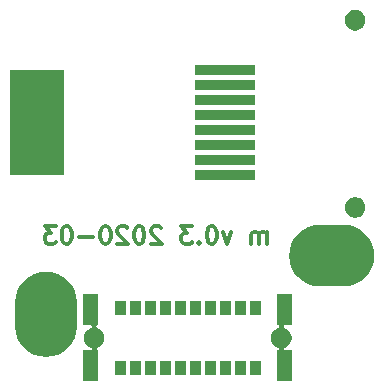
<source format=gbr>
G04 #@! TF.GenerationSoftware,KiCad,Pcbnew,5.1.5*
G04 #@! TF.CreationDate,2020-03-22T18:40:06-04:00*
G04 #@! TF.ProjectId,M55-RJ45,4d35352d-524a-4343-952e-6b696361645f,rev?*
G04 #@! TF.SameCoordinates,Original*
G04 #@! TF.FileFunction,Soldermask,Bot*
G04 #@! TF.FilePolarity,Negative*
%FSLAX46Y46*%
G04 Gerber Fmt 4.6, Leading zero omitted, Abs format (unit mm)*
G04 Created by KiCad (PCBNEW 5.1.5) date 2020-03-22 18:40:06*
%MOMM*%
%LPD*%
G04 APERTURE LIST*
%ADD10C,0.300000*%
%ADD11C,0.100000*%
G04 APERTURE END LIST*
D10*
X62357142Y-139278571D02*
X62357142Y-138278571D01*
X62357142Y-138421428D02*
X62285714Y-138350000D01*
X62142857Y-138278571D01*
X61928571Y-138278571D01*
X61785714Y-138350000D01*
X61714285Y-138492857D01*
X61714285Y-139278571D01*
X61714285Y-138492857D02*
X61642857Y-138350000D01*
X61500000Y-138278571D01*
X61285714Y-138278571D01*
X61142857Y-138350000D01*
X61071428Y-138492857D01*
X61071428Y-139278571D01*
X59357142Y-138278571D02*
X59000000Y-139278571D01*
X58642857Y-138278571D01*
X57785714Y-137778571D02*
X57642857Y-137778571D01*
X57500000Y-137850000D01*
X57428571Y-137921428D01*
X57357142Y-138064285D01*
X57285714Y-138350000D01*
X57285714Y-138707142D01*
X57357142Y-138992857D01*
X57428571Y-139135714D01*
X57500000Y-139207142D01*
X57642857Y-139278571D01*
X57785714Y-139278571D01*
X57928571Y-139207142D01*
X58000000Y-139135714D01*
X58071428Y-138992857D01*
X58142857Y-138707142D01*
X58142857Y-138350000D01*
X58071428Y-138064285D01*
X58000000Y-137921428D01*
X57928571Y-137850000D01*
X57785714Y-137778571D01*
X56642857Y-139135714D02*
X56571428Y-139207142D01*
X56642857Y-139278571D01*
X56714285Y-139207142D01*
X56642857Y-139135714D01*
X56642857Y-139278571D01*
X56071428Y-137778571D02*
X55142857Y-137778571D01*
X55642857Y-138350000D01*
X55428571Y-138350000D01*
X55285714Y-138421428D01*
X55214285Y-138492857D01*
X55142857Y-138635714D01*
X55142857Y-138992857D01*
X55214285Y-139135714D01*
X55285714Y-139207142D01*
X55428571Y-139278571D01*
X55857142Y-139278571D01*
X56000000Y-139207142D01*
X56071428Y-139135714D01*
X53428571Y-137921428D02*
X53357142Y-137850000D01*
X53214285Y-137778571D01*
X52857142Y-137778571D01*
X52714285Y-137850000D01*
X52642857Y-137921428D01*
X52571428Y-138064285D01*
X52571428Y-138207142D01*
X52642857Y-138421428D01*
X53500000Y-139278571D01*
X52571428Y-139278571D01*
X51642857Y-137778571D02*
X51500000Y-137778571D01*
X51357142Y-137850000D01*
X51285714Y-137921428D01*
X51214285Y-138064285D01*
X51142857Y-138350000D01*
X51142857Y-138707142D01*
X51214285Y-138992857D01*
X51285714Y-139135714D01*
X51357142Y-139207142D01*
X51500000Y-139278571D01*
X51642857Y-139278571D01*
X51785714Y-139207142D01*
X51857142Y-139135714D01*
X51928571Y-138992857D01*
X52000000Y-138707142D01*
X52000000Y-138350000D01*
X51928571Y-138064285D01*
X51857142Y-137921428D01*
X51785714Y-137850000D01*
X51642857Y-137778571D01*
X50571428Y-137921428D02*
X50500000Y-137850000D01*
X50357142Y-137778571D01*
X50000000Y-137778571D01*
X49857142Y-137850000D01*
X49785714Y-137921428D01*
X49714285Y-138064285D01*
X49714285Y-138207142D01*
X49785714Y-138421428D01*
X50642857Y-139278571D01*
X49714285Y-139278571D01*
X48785714Y-137778571D02*
X48642857Y-137778571D01*
X48500000Y-137850000D01*
X48428571Y-137921428D01*
X48357142Y-138064285D01*
X48285714Y-138350000D01*
X48285714Y-138707142D01*
X48357142Y-138992857D01*
X48428571Y-139135714D01*
X48500000Y-139207142D01*
X48642857Y-139278571D01*
X48785714Y-139278571D01*
X48928571Y-139207142D01*
X49000000Y-139135714D01*
X49071428Y-138992857D01*
X49142857Y-138707142D01*
X49142857Y-138350000D01*
X49071428Y-138064285D01*
X49000000Y-137921428D01*
X48928571Y-137850000D01*
X48785714Y-137778571D01*
X47642857Y-138707142D02*
X46500000Y-138707142D01*
X45500000Y-137778571D02*
X45357142Y-137778571D01*
X45214285Y-137850000D01*
X45142857Y-137921428D01*
X45071428Y-138064285D01*
X45000000Y-138350000D01*
X45000000Y-138707142D01*
X45071428Y-138992857D01*
X45142857Y-139135714D01*
X45214285Y-139207142D01*
X45357142Y-139278571D01*
X45500000Y-139278571D01*
X45642857Y-139207142D01*
X45714285Y-139135714D01*
X45785714Y-138992857D01*
X45857142Y-138707142D01*
X45857142Y-138350000D01*
X45785714Y-138064285D01*
X45714285Y-137921428D01*
X45642857Y-137850000D01*
X45500000Y-137778571D01*
X44500000Y-137778571D02*
X43571428Y-137778571D01*
X44071428Y-138350000D01*
X43857142Y-138350000D01*
X43714285Y-138421428D01*
X43642857Y-138492857D01*
X43571428Y-138635714D01*
X43571428Y-138992857D01*
X43642857Y-139135714D01*
X43714285Y-139207142D01*
X43857142Y-139278571D01*
X44285714Y-139278571D01*
X44428571Y-139207142D01*
X44500000Y-139135714D01*
D11*
G36*
X64538820Y-146146620D02*
G01*
X63927465Y-146146620D01*
X63903079Y-146149022D01*
X63879630Y-146156135D01*
X63858019Y-146167686D01*
X63839077Y-146183231D01*
X63823532Y-146202173D01*
X63811981Y-146223784D01*
X63804868Y-146247233D01*
X63802466Y-146271619D01*
X63804868Y-146296005D01*
X63811981Y-146319454D01*
X63823532Y-146341065D01*
X63839077Y-146360007D01*
X63858019Y-146375552D01*
X63879627Y-146387101D01*
X64017762Y-146444319D01*
X64161238Y-146540186D01*
X64283254Y-146662202D01*
X64379121Y-146805678D01*
X64445156Y-146965100D01*
X64478820Y-147134341D01*
X64478820Y-147306899D01*
X64445156Y-147476140D01*
X64379121Y-147635562D01*
X64283254Y-147779038D01*
X64161238Y-147901054D01*
X64017762Y-147996921D01*
X63879627Y-148054139D01*
X63858019Y-148065688D01*
X63839077Y-148081234D01*
X63823532Y-148100176D01*
X63811981Y-148121786D01*
X63804868Y-148145235D01*
X63802466Y-148169621D01*
X63804868Y-148194008D01*
X63811981Y-148217456D01*
X63823532Y-148239067D01*
X63839078Y-148258009D01*
X63858020Y-148273554D01*
X63879630Y-148285105D01*
X63903079Y-148292218D01*
X63927465Y-148294620D01*
X64538820Y-148294620D01*
X64538820Y-150896620D01*
X63236820Y-150896620D01*
X63236820Y-148294620D01*
X63278175Y-148294620D01*
X63302561Y-148292218D01*
X63326010Y-148285105D01*
X63347621Y-148273554D01*
X63366563Y-148258009D01*
X63382108Y-148239067D01*
X63393659Y-148217456D01*
X63400772Y-148194007D01*
X63403174Y-148169621D01*
X63400772Y-148145235D01*
X63393659Y-148121786D01*
X63382108Y-148100175D01*
X63366563Y-148081233D01*
X63347621Y-148065688D01*
X63326013Y-148054139D01*
X63187878Y-147996921D01*
X63044402Y-147901054D01*
X62922386Y-147779038D01*
X62826519Y-147635562D01*
X62760484Y-147476140D01*
X62726820Y-147306899D01*
X62726820Y-147134341D01*
X62760484Y-146965100D01*
X62826519Y-146805678D01*
X62922386Y-146662202D01*
X63044402Y-146540186D01*
X63187878Y-146444319D01*
X63326013Y-146387101D01*
X63347621Y-146375552D01*
X63366563Y-146360006D01*
X63382108Y-146341064D01*
X63393659Y-146319454D01*
X63400772Y-146296005D01*
X63403174Y-146271619D01*
X63400772Y-146247232D01*
X63393659Y-146223784D01*
X63382108Y-146202173D01*
X63366562Y-146183231D01*
X63347620Y-146167686D01*
X63326010Y-146156135D01*
X63302561Y-146149022D01*
X63278175Y-146146620D01*
X63236820Y-146146620D01*
X63236820Y-143544620D01*
X64538820Y-143544620D01*
X64538820Y-146146620D01*
G37*
G36*
X48118820Y-146146620D02*
G01*
X48077465Y-146146620D01*
X48053079Y-146149022D01*
X48029630Y-146156135D01*
X48008019Y-146167686D01*
X47989077Y-146183231D01*
X47973532Y-146202173D01*
X47961981Y-146223784D01*
X47954868Y-146247233D01*
X47952466Y-146271619D01*
X47954868Y-146296005D01*
X47961981Y-146319454D01*
X47973532Y-146341065D01*
X47989077Y-146360007D01*
X48008019Y-146375552D01*
X48029627Y-146387101D01*
X48167762Y-146444319D01*
X48311238Y-146540186D01*
X48433254Y-146662202D01*
X48529121Y-146805678D01*
X48595156Y-146965100D01*
X48628820Y-147134341D01*
X48628820Y-147306899D01*
X48595156Y-147476140D01*
X48529121Y-147635562D01*
X48433254Y-147779038D01*
X48311238Y-147901054D01*
X48167762Y-147996921D01*
X48029627Y-148054139D01*
X48008019Y-148065688D01*
X47989077Y-148081234D01*
X47973532Y-148100176D01*
X47961981Y-148121786D01*
X47954868Y-148145235D01*
X47952466Y-148169621D01*
X47954868Y-148194008D01*
X47961981Y-148217456D01*
X47973532Y-148239067D01*
X47989078Y-148258009D01*
X48008020Y-148273554D01*
X48029630Y-148285105D01*
X48053079Y-148292218D01*
X48077465Y-148294620D01*
X48118820Y-148294620D01*
X48118820Y-150896620D01*
X46816820Y-150896620D01*
X46816820Y-148294620D01*
X47428175Y-148294620D01*
X47452561Y-148292218D01*
X47476010Y-148285105D01*
X47497621Y-148273554D01*
X47516563Y-148258009D01*
X47532108Y-148239067D01*
X47543659Y-148217456D01*
X47550772Y-148194007D01*
X47553174Y-148169621D01*
X47550772Y-148145235D01*
X47543659Y-148121786D01*
X47532108Y-148100175D01*
X47516563Y-148081233D01*
X47497621Y-148065688D01*
X47476013Y-148054139D01*
X47337878Y-147996921D01*
X47194402Y-147901054D01*
X47072386Y-147779038D01*
X46976519Y-147635562D01*
X46910484Y-147476140D01*
X46876820Y-147306899D01*
X46876820Y-147134341D01*
X46910484Y-146965100D01*
X46976519Y-146805678D01*
X47072386Y-146662202D01*
X47194402Y-146540186D01*
X47337878Y-146444319D01*
X47476013Y-146387101D01*
X47497621Y-146375552D01*
X47516563Y-146360006D01*
X47532108Y-146341064D01*
X47543659Y-146319454D01*
X47550772Y-146296005D01*
X47553174Y-146271619D01*
X47550772Y-146247232D01*
X47543659Y-146223784D01*
X47532108Y-146202173D01*
X47516562Y-146183231D01*
X47497620Y-146167686D01*
X47476010Y-146156135D01*
X47452561Y-146149022D01*
X47428175Y-146146620D01*
X46816820Y-146146620D01*
X46816820Y-143544620D01*
X48118820Y-143544620D01*
X48118820Y-146146620D01*
G37*
G36*
X56763820Y-150361620D02*
G01*
X55861820Y-150361620D01*
X55861820Y-149159620D01*
X56763820Y-149159620D01*
X56763820Y-150361620D01*
G37*
G36*
X52953820Y-150361620D02*
G01*
X52051820Y-150361620D01*
X52051820Y-149159620D01*
X52953820Y-149159620D01*
X52953820Y-150361620D01*
G37*
G36*
X54223820Y-150361620D02*
G01*
X53321820Y-150361620D01*
X53321820Y-149159620D01*
X54223820Y-149159620D01*
X54223820Y-150361620D01*
G37*
G36*
X51683820Y-150361620D02*
G01*
X50781820Y-150361620D01*
X50781820Y-149159620D01*
X51683820Y-149159620D01*
X51683820Y-150361620D01*
G37*
G36*
X50413820Y-150361620D02*
G01*
X49511820Y-150361620D01*
X49511820Y-149159620D01*
X50413820Y-149159620D01*
X50413820Y-150361620D01*
G37*
G36*
X55493820Y-150361620D02*
G01*
X54591820Y-150361620D01*
X54591820Y-149159620D01*
X55493820Y-149159620D01*
X55493820Y-150361620D01*
G37*
G36*
X58033820Y-150361620D02*
G01*
X57131820Y-150361620D01*
X57131820Y-149159620D01*
X58033820Y-149159620D01*
X58033820Y-150361620D01*
G37*
G36*
X59303820Y-150361620D02*
G01*
X58401820Y-150361620D01*
X58401820Y-149159620D01*
X59303820Y-149159620D01*
X59303820Y-150361620D01*
G37*
G36*
X60573820Y-150361620D02*
G01*
X59671820Y-150361620D01*
X59671820Y-149159620D01*
X60573820Y-149159620D01*
X60573820Y-150361620D01*
G37*
G36*
X61843820Y-150361620D02*
G01*
X60941820Y-150361620D01*
X60941820Y-149159620D01*
X61843820Y-149159620D01*
X61843820Y-150361620D01*
G37*
G36*
X44187704Y-141682654D02*
G01*
X44677995Y-141831382D01*
X45129849Y-142072903D01*
X45525904Y-142397936D01*
X45850937Y-142793990D01*
X46092458Y-143245844D01*
X46241186Y-143736135D01*
X46278820Y-144118242D01*
X46278820Y-146373798D01*
X46241186Y-146755905D01*
X46092458Y-147246196D01*
X45850937Y-147698050D01*
X45525904Y-148094104D01*
X45129850Y-148419137D01*
X44677996Y-148660658D01*
X44187705Y-148809386D01*
X43677820Y-148859605D01*
X43167936Y-148809386D01*
X42677645Y-148660658D01*
X42225791Y-148419137D01*
X41829737Y-148094104D01*
X41504703Y-147698050D01*
X41263182Y-147246196D01*
X41114454Y-146755905D01*
X41076820Y-146373798D01*
X41076820Y-144118243D01*
X41114454Y-143736136D01*
X41263182Y-143245845D01*
X41504703Y-142793991D01*
X41829736Y-142397936D01*
X42225790Y-142072903D01*
X42677644Y-141831382D01*
X43167935Y-141682654D01*
X43677820Y-141632435D01*
X44187704Y-141682654D01*
G37*
G36*
X50413820Y-145281620D02*
G01*
X49511820Y-145281620D01*
X49511820Y-144079620D01*
X50413820Y-144079620D01*
X50413820Y-145281620D01*
G37*
G36*
X51683820Y-145281620D02*
G01*
X50781820Y-145281620D01*
X50781820Y-144079620D01*
X51683820Y-144079620D01*
X51683820Y-145281620D01*
G37*
G36*
X60573820Y-145281620D02*
G01*
X59671820Y-145281620D01*
X59671820Y-144079620D01*
X60573820Y-144079620D01*
X60573820Y-145281620D01*
G37*
G36*
X59303820Y-145281620D02*
G01*
X58401820Y-145281620D01*
X58401820Y-144079620D01*
X59303820Y-144079620D01*
X59303820Y-145281620D01*
G37*
G36*
X56763820Y-145281620D02*
G01*
X55861820Y-145281620D01*
X55861820Y-144079620D01*
X56763820Y-144079620D01*
X56763820Y-145281620D01*
G37*
G36*
X52953820Y-145281620D02*
G01*
X52051820Y-145281620D01*
X52051820Y-144079620D01*
X52953820Y-144079620D01*
X52953820Y-145281620D01*
G37*
G36*
X61843820Y-145281620D02*
G01*
X60941820Y-145281620D01*
X60941820Y-144079620D01*
X61843820Y-144079620D01*
X61843820Y-145281620D01*
G37*
G36*
X55493820Y-145281620D02*
G01*
X54591820Y-145281620D01*
X54591820Y-144079620D01*
X55493820Y-144079620D01*
X55493820Y-145281620D01*
G37*
G36*
X54223820Y-145281620D02*
G01*
X53321820Y-145281620D01*
X53321820Y-144079620D01*
X54223820Y-144079620D01*
X54223820Y-145281620D01*
G37*
G36*
X58033820Y-145281620D02*
G01*
X57131820Y-145281620D01*
X57131820Y-144079620D01*
X58033820Y-144079620D01*
X58033820Y-145281620D01*
G37*
G36*
X69385285Y-137706634D02*
G01*
X69875576Y-137855362D01*
X70327430Y-138096883D01*
X70723484Y-138421916D01*
X71048517Y-138817970D01*
X71290038Y-139269824D01*
X71438766Y-139760115D01*
X71488985Y-140270000D01*
X71438766Y-140779885D01*
X71290038Y-141270176D01*
X71048517Y-141722030D01*
X70723484Y-142118084D01*
X70327430Y-142443117D01*
X69875576Y-142684638D01*
X69385285Y-142833366D01*
X69003178Y-142871000D01*
X66747622Y-142871000D01*
X66365515Y-142833366D01*
X65875224Y-142684638D01*
X65423370Y-142443117D01*
X65027316Y-142118084D01*
X64702283Y-141722030D01*
X64460762Y-141270176D01*
X64312034Y-140779885D01*
X64261815Y-140270000D01*
X64312034Y-139760115D01*
X64460762Y-139269824D01*
X64702283Y-138817970D01*
X65027316Y-138421916D01*
X65423370Y-138096883D01*
X65875224Y-137855362D01*
X66365515Y-137706634D01*
X66747622Y-137669000D01*
X69003178Y-137669000D01*
X69385285Y-137706634D01*
G37*
G36*
X70105520Y-135352664D02*
G01*
X70264942Y-135418699D01*
X70408418Y-135514566D01*
X70530434Y-135636582D01*
X70626301Y-135780058D01*
X70692336Y-135939480D01*
X70726000Y-136108721D01*
X70726000Y-136281279D01*
X70692336Y-136450520D01*
X70626301Y-136609942D01*
X70530434Y-136753418D01*
X70408418Y-136875434D01*
X70264942Y-136971301D01*
X70105520Y-137037336D01*
X69936280Y-137071000D01*
X69763720Y-137071000D01*
X69594480Y-137037336D01*
X69435058Y-136971301D01*
X69291582Y-136875434D01*
X69169566Y-136753418D01*
X69073699Y-136609942D01*
X69007664Y-136450520D01*
X68974000Y-136281279D01*
X68974000Y-136108721D01*
X69007664Y-135939480D01*
X69073699Y-135780058D01*
X69169566Y-135636582D01*
X69291582Y-135514566D01*
X69435058Y-135418699D01*
X69594480Y-135352664D01*
X69763720Y-135319000D01*
X69936280Y-135319000D01*
X70105520Y-135352664D01*
G37*
G36*
X61391000Y-133876000D02*
G01*
X56289000Y-133876000D01*
X56289000Y-133014000D01*
X61391000Y-133014000D01*
X61391000Y-133876000D01*
G37*
G36*
X45211000Y-133451000D02*
G01*
X40609000Y-133451000D01*
X40609000Y-124549000D01*
X45211000Y-124549000D01*
X45211000Y-133451000D01*
G37*
G36*
X61391000Y-132606000D02*
G01*
X56289000Y-132606000D01*
X56289000Y-131744000D01*
X61391000Y-131744000D01*
X61391000Y-132606000D01*
G37*
G36*
X61391000Y-131336000D02*
G01*
X56289000Y-131336000D01*
X56289000Y-130474000D01*
X61391000Y-130474000D01*
X61391000Y-131336000D01*
G37*
G36*
X61391000Y-130066000D02*
G01*
X56289000Y-130066000D01*
X56289000Y-129204000D01*
X61391000Y-129204000D01*
X61391000Y-130066000D01*
G37*
G36*
X61391000Y-128796000D02*
G01*
X56289000Y-128796000D01*
X56289000Y-127934000D01*
X61391000Y-127934000D01*
X61391000Y-128796000D01*
G37*
G36*
X61391000Y-127526000D02*
G01*
X56289000Y-127526000D01*
X56289000Y-126664000D01*
X61391000Y-126664000D01*
X61391000Y-127526000D01*
G37*
G36*
X61391000Y-126256000D02*
G01*
X56289000Y-126256000D01*
X56289000Y-125394000D01*
X61391000Y-125394000D01*
X61391000Y-126256000D01*
G37*
G36*
X61391000Y-124986000D02*
G01*
X56289000Y-124986000D01*
X56289000Y-124124000D01*
X61391000Y-124124000D01*
X61391000Y-124986000D01*
G37*
G36*
X70020899Y-119485832D02*
G01*
X70105520Y-119502664D01*
X70264942Y-119568699D01*
X70408418Y-119664566D01*
X70530434Y-119786582D01*
X70626301Y-119930058D01*
X70692336Y-120089480D01*
X70726000Y-120258721D01*
X70726000Y-120431279D01*
X70692336Y-120600520D01*
X70626301Y-120759942D01*
X70530434Y-120903418D01*
X70408418Y-121025434D01*
X70264942Y-121121301D01*
X70105520Y-121187336D01*
X70020899Y-121204168D01*
X69936280Y-121221000D01*
X69763720Y-121221000D01*
X69679101Y-121204168D01*
X69594480Y-121187336D01*
X69435058Y-121121301D01*
X69291582Y-121025434D01*
X69169566Y-120903418D01*
X69073699Y-120759942D01*
X69007664Y-120600520D01*
X68974000Y-120431279D01*
X68974000Y-120258721D01*
X69007664Y-120089480D01*
X69073699Y-119930058D01*
X69169566Y-119786582D01*
X69291582Y-119664566D01*
X69435058Y-119568699D01*
X69594480Y-119502664D01*
X69679101Y-119485832D01*
X69763720Y-119469000D01*
X69936280Y-119469000D01*
X70020899Y-119485832D01*
G37*
M02*

</source>
